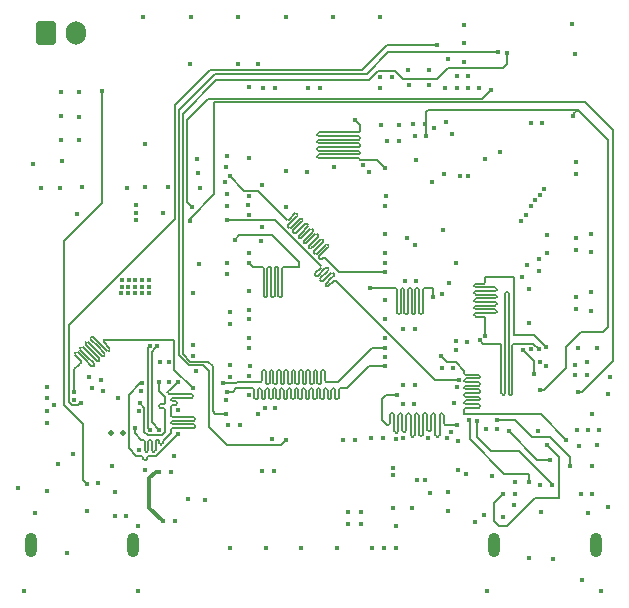
<source format=gbr>
%TF.GenerationSoftware,KiCad,Pcbnew,8.0.1*%
%TF.CreationDate,2024-04-17T21:00:07+02:00*%
%TF.ProjectId,STM32_Dev_Board,53544d33-325f-4446-9576-5f426f617264,rev?*%
%TF.SameCoordinates,Original*%
%TF.FileFunction,Copper,L3,Inr*%
%TF.FilePolarity,Positive*%
%FSLAX46Y46*%
G04 Gerber Fmt 4.6, Leading zero omitted, Abs format (unit mm)*
G04 Created by KiCad (PCBNEW 8.0.1) date 2024-04-17 21:00:07*
%MOMM*%
%LPD*%
G01*
G04 APERTURE LIST*
G04 Aperture macros list*
%AMRoundRect*
0 Rectangle with rounded corners*
0 $1 Rounding radius*
0 $2 $3 $4 $5 $6 $7 $8 $9 X,Y pos of 4 corners*
0 Add a 4 corners polygon primitive as box body*
4,1,4,$2,$3,$4,$5,$6,$7,$8,$9,$2,$3,0*
0 Add four circle primitives for the rounded corners*
1,1,$1+$1,$2,$3*
1,1,$1+$1,$4,$5*
1,1,$1+$1,$6,$7*
1,1,$1+$1,$8,$9*
0 Add four rect primitives between the rounded corners*
20,1,$1+$1,$2,$3,$4,$5,0*
20,1,$1+$1,$4,$5,$6,$7,0*
20,1,$1+$1,$6,$7,$8,$9,0*
20,1,$1+$1,$8,$9,$2,$3,0*%
G04 Aperture macros list end*
%TA.AperFunction,ComponentPad*%
%ADD10RoundRect,0.250000X-0.600000X-0.750000X0.600000X-0.750000X0.600000X0.750000X-0.600000X0.750000X0*%
%TD*%
%TA.AperFunction,ComponentPad*%
%ADD11O,1.700000X2.000000*%
%TD*%
%TA.AperFunction,ComponentPad*%
%ADD12O,1.000000X2.100000*%
%TD*%
%TA.AperFunction,ViaPad*%
%ADD13C,0.400000*%
%TD*%
%TA.AperFunction,ViaPad*%
%ADD14C,0.450000*%
%TD*%
%TA.AperFunction,ViaPad*%
%ADD15C,0.500000*%
%TD*%
%TA.AperFunction,Conductor*%
%ADD16C,0.160000*%
%TD*%
%TA.AperFunction,Conductor*%
%ADD17C,0.200000*%
%TD*%
%TA.AperFunction,Conductor*%
%ADD18C,0.300000*%
%TD*%
G04 APERTURE END LIST*
D10*
%TO.N,9V_DC_Jack*%
%TO.C,J1*%
X183400000Y-57200000D03*
D11*
%TO.N,GND*%
X185900000Y-57200000D03*
%TD*%
D12*
%TO.N,GND*%
%TO.C,J3*%
X182080000Y-100495000D03*
X190720000Y-100495000D03*
%TD*%
%TO.N,GND*%
%TO.C,J4*%
X221280000Y-100495000D03*
X229920000Y-100495000D03*
%TD*%
D13*
%TO.N,GND*%
X191775000Y-66575000D03*
X182975000Y-70250000D03*
X182300000Y-68225000D03*
%TO.N,FMC_NBL0*%
X198540000Y-69806586D03*
X199390000Y-74676000D03*
%TO.N,FMC_D7*%
X216154000Y-79502000D03*
%TO.N,FMC_D1*%
X217678000Y-90932000D03*
D14*
%TO.N,FMC_D6*%
X216916000Y-79248000D03*
%TO.N,FMC_A3*%
X209550000Y-64516000D03*
X212090000Y-68580000D03*
%TO.N,FMC_D0*%
X213140000Y-87790000D03*
X218180000Y-90380000D03*
%TO.N,FMC_NBL0*%
X200600000Y-76600000D03*
%TO.N,+5V*%
X228500000Y-92160000D03*
%TO.N,GND*%
X230010000Y-92090000D03*
%TO.N,USB_OTG_HS_ULPI_D4*%
X225100000Y-83920000D03*
%TO.N,GND*%
X208000000Y-100800000D03*
X203700000Y-55800000D03*
D13*
X220650000Y-90700000D03*
D14*
X228250000Y-69100000D03*
X217300000Y-91440000D03*
X193300000Y-72450000D03*
X224450000Y-64750000D03*
X193700000Y-70200000D03*
X199650000Y-55850000D03*
X220750000Y-104400000D03*
X195800000Y-84500000D03*
X214350000Y-97400000D03*
X216950000Y-85550000D03*
X223100000Y-96200000D03*
X231160000Y-86275000D03*
D13*
X184050000Y-88650000D03*
X191400000Y-87450000D03*
X183500000Y-87120000D03*
D14*
X214600000Y-65850000D03*
X229500000Y-74150000D03*
X207700000Y-55800000D03*
X230400000Y-104400000D03*
D13*
X227930000Y-56365000D03*
D14*
X229180000Y-86100000D03*
X205600000Y-61850000D03*
X214700000Y-78200000D03*
X215900000Y-96100000D03*
X184700000Y-64200000D03*
X186200000Y-62150000D03*
X211700000Y-60900000D03*
X229500000Y-79100000D03*
X183450000Y-95985000D03*
X202000000Y-100800000D03*
X222050000Y-98150000D03*
X228250000Y-74500000D03*
X229300000Y-90780000D03*
X181550000Y-104400000D03*
X218200000Y-60800000D03*
X225050000Y-90860000D03*
X195650000Y-55800000D03*
X199000000Y-100800000D03*
X228700000Y-96200000D03*
X229650000Y-89400000D03*
X214050000Y-60300000D03*
X225300000Y-97700000D03*
X230200000Y-90800000D03*
D13*
X200550000Y-67750000D03*
D14*
X199000000Y-86300000D03*
X218950000Y-94500000D03*
X190250000Y-70250000D03*
X214600000Y-82200000D03*
X186050000Y-72500000D03*
X213300000Y-66300000D03*
X189200000Y-96000000D03*
D13*
X198650000Y-68500000D03*
D14*
X229300000Y-97850000D03*
X230950000Y-87700000D03*
X205000000Y-100800000D03*
X190200000Y-98100000D03*
D13*
X213000000Y-91550000D03*
D14*
X211000000Y-100800000D03*
X182500000Y-97850000D03*
X219150000Y-60800000D03*
X230000000Y-83800000D03*
X193950000Y-94300000D03*
X198750000Y-71850000D03*
X186850000Y-97600000D03*
X218800000Y-59600000D03*
X191200000Y-104400000D03*
X191600000Y-55800000D03*
X202750000Y-61800000D03*
X198700000Y-77550000D03*
X186200000Y-64250000D03*
X194250000Y-93000000D03*
X217200000Y-61800000D03*
D13*
X187250000Y-87250000D03*
D14*
X184650000Y-66250000D03*
X214550000Y-88600000D03*
D13*
X225734359Y-85321711D03*
X212100000Y-84600000D03*
D14*
X215800000Y-61600000D03*
X219150000Y-61800000D03*
D13*
X212100000Y-79800000D03*
X221600000Y-90700000D03*
D14*
X218750000Y-58050000D03*
X199000000Y-81800000D03*
D13*
X183500000Y-90180000D03*
D14*
X212700000Y-60900000D03*
X180990000Y-95675000D03*
X184650000Y-62150000D03*
X213300000Y-65000000D03*
D13*
X188050000Y-86550000D03*
D14*
X211700000Y-55800000D03*
X186400000Y-70200000D03*
X202680000Y-94250000D03*
X229200000Y-85000000D03*
D13*
X209530000Y-91600000D03*
D14*
X214600000Y-87000000D03*
D15*
X188900000Y-91000000D03*
D14*
X186150000Y-66250000D03*
X199800000Y-90350000D03*
X228250000Y-79500000D03*
%TO.N,+5V*%
X193000000Y-94300000D03*
X217425000Y-97650000D03*
X227750000Y-93850000D03*
X195620000Y-59810000D03*
X193300000Y-98500000D03*
X221600000Y-89950000D03*
X184550000Y-70250000D03*
%TO.N,+1V8*%
X195600000Y-73050000D03*
X228400000Y-87600000D03*
%TO.N,USB_OTG_FS_VBUS*%
X189250000Y-98100000D03*
X194280000Y-98510000D03*
X188100000Y-62100000D03*
X186850000Y-95350000D03*
%TO.N,VDDSDMMC_STM32*%
X211725000Y-65000000D03*
D13*
X201700000Y-94250000D03*
D14*
X185700000Y-92800000D03*
D13*
X218160110Y-87132456D03*
X193770000Y-85015000D03*
D14*
X213600000Y-87000000D03*
X206550000Y-61850000D03*
X191550000Y-78100000D03*
X189800000Y-78100000D03*
X213600000Y-82200000D03*
X190950000Y-78650000D03*
X198800000Y-90350000D03*
X192150000Y-79200000D03*
X189750000Y-79200000D03*
X192150000Y-78650000D03*
D13*
X218300000Y-94200000D03*
D14*
X191000000Y-73000000D03*
X210100000Y-97700000D03*
X190950000Y-78100000D03*
X221150000Y-94650000D03*
X213750000Y-78200000D03*
D13*
X219050000Y-83360000D03*
D14*
X228320000Y-90800000D03*
X199000000Y-85300000D03*
X190950000Y-79200000D03*
X228220000Y-86100000D03*
D13*
X208570000Y-91600000D03*
D14*
X189800000Y-78650000D03*
D13*
X217880000Y-85550000D03*
D14*
X191800000Y-70200000D03*
X213000000Y-100800000D03*
X201750000Y-61800000D03*
D13*
X187050000Y-86300000D03*
D14*
X199650000Y-59800000D03*
X198700000Y-76600000D03*
D13*
X183500000Y-88050000D03*
D14*
X199000000Y-80800000D03*
X228250000Y-80500000D03*
X218275000Y-91694000D03*
X209000000Y-97700000D03*
D13*
X193010000Y-85015000D03*
D14*
X191000000Y-72400000D03*
X218200000Y-61800000D03*
X190350000Y-78650000D03*
X192150000Y-78100000D03*
X228250000Y-75500000D03*
X229500000Y-80700000D03*
X195800000Y-83570000D03*
X212800000Y-97400000D03*
X190350000Y-79200000D03*
X229500000Y-75700000D03*
X211700000Y-61850000D03*
X231000000Y-97300000D03*
X218800000Y-56450000D03*
D13*
X183500000Y-89200000D03*
D14*
X190400000Y-78100000D03*
X213000000Y-98950000D03*
X214500000Y-64850000D03*
X191000000Y-71750000D03*
D13*
X194600000Y-89115000D03*
D14*
X195380000Y-96610000D03*
X228250000Y-68100000D03*
X191550000Y-79200000D03*
X228200000Y-85300000D03*
X225400000Y-64750000D03*
X212300000Y-66300000D03*
D13*
X198700000Y-67550000D03*
X228175000Y-58970000D03*
D14*
X212000000Y-100800000D03*
X213650000Y-88600000D03*
D13*
X188200000Y-87450000D03*
X196350000Y-76750000D03*
D14*
X191550000Y-78650000D03*
%TO.N,USB_OTG_HS_VBUS*%
X222600000Y-90900000D03*
X223100000Y-95200000D03*
X226050000Y-93300000D03*
X225250000Y-95400000D03*
X223050000Y-97150000D03*
X184750000Y-68000000D03*
X228756396Y-103481396D03*
X217390000Y-59360000D03*
D13*
%TO.N,VDDA_STM32*%
X220080000Y-61800000D03*
%TO.N,VDD12DSI_STM32*%
X217400000Y-96050000D03*
D14*
%TO.N,RCC_OSC_OUT*%
X215800000Y-60300000D03*
D13*
%TO.N,RCC_OSC_IN*%
X214100000Y-61600000D03*
D14*
%TO.N,NRST*%
X225200000Y-87400000D03*
D13*
X216480000Y-58220000D03*
X228030000Y-64200000D03*
X186325000Y-88500000D03*
D14*
X215530000Y-65850000D03*
X215500000Y-64850000D03*
%TO.N,Net-(U4-VCAP_1)*%
X228425000Y-83800000D03*
%TO.N,Net-(U4-VCAP_2)*%
X202550000Y-91550000D03*
%TO.N,USB_OTG_FS_OverCurrent*%
X191250000Y-92500000D03*
%TO.N,USB_OTG_HS_OverCurrent*%
X229650000Y-96200000D03*
D15*
%TO.N,Net-(U12A-VDDI)*%
X189880000Y-91000000D03*
D13*
%TO.N,SWO*%
X221090000Y-61960000D03*
X195730000Y-71920000D03*
D14*
%TO.N,SWDIO*%
X203750000Y-91600000D03*
X221650000Y-58810000D03*
%TO.N,SWCLK*%
X222400000Y-58875000D03*
X198600000Y-89400000D03*
%TO.N,Net-(J3-CC1)*%
X185150000Y-101225000D03*
X191200000Y-98900000D03*
D13*
%TO.N,DSIHOST_CKN*%
X213650000Y-91500000D03*
%TO.N,I2C_4_SDA*%
X210100000Y-98710000D03*
%TO.N,I2C_4_SCL*%
X209000000Y-98700000D03*
%TO.N,DSIHOST_D1P*%
X212800000Y-94625000D03*
%TO.N,DSIHOST_D1N*%
X212800000Y-93975000D03*
%TO.N,DSIHOST_D0N*%
X214825000Y-95000000D03*
%TO.N,DSIHOST_CKP*%
X215750000Y-91450000D03*
%TO.N,DSIHOST_D0P*%
X215475000Y-95000000D03*
%TO.N,PDR_ON*%
X196150000Y-67800000D03*
D14*
%TO.N,BOOT0*%
X198750000Y-70800000D03*
D13*
%TO.N,STM32_LED*%
X201330000Y-59760000D03*
X195860000Y-79180000D03*
X200620000Y-61730000D03*
D14*
%TO.N,Enable GPIO*%
X184400000Y-93635000D03*
%TO.N,USB_OTG_FS_DETECT*%
X191800000Y-94200000D03*
%TO.N,USB_OTG_FS_ID*%
X196850000Y-96700000D03*
%TO.N,Net-(J4-CC2)*%
X226300000Y-101700000D03*
X220450000Y-98000000D03*
%TO.N,USB_OTG_HS_DETECT*%
X222050000Y-96200000D03*
X225780000Y-92030000D03*
D13*
%TO.N,SDMMC1_CMD*%
X185800000Y-88200000D03*
D14*
X196100000Y-85800000D03*
%TO.N,SDMMC1_D3*%
X194600000Y-86685000D03*
D13*
X190920000Y-90570000D03*
%TO.N,SDMMC1_D1*%
X193000000Y-86685000D03*
X191340000Y-88530000D03*
D14*
X198650000Y-88200000D03*
%TO.N,SDMMC1_D2*%
X193800000Y-86700000D03*
%TO.N,SDMMC1_D0*%
X201375000Y-89425000D03*
D13*
X191230000Y-89150000D03*
D14*
%TO.N,SDMMC1_D5*%
X193000000Y-90750000D03*
D13*
X192773631Y-83681180D03*
D14*
%TO.N,SDMMC1_D7*%
X201950000Y-88900000D03*
D13*
X191500000Y-86840000D03*
X194600000Y-91110000D03*
D14*
%TO.N,SDMMC1_D6*%
X202750000Y-88950000D03*
D13*
X189480000Y-88070000D03*
D14*
%TO.N,SDMMC1_D4*%
X196220000Y-69040000D03*
D13*
X192170000Y-83660000D03*
D14*
X192200000Y-90750000D03*
X196430000Y-70300000D03*
D13*
%TO.N,FMC_A1*%
X205470000Y-68930000D03*
%TO.N,FMC_D5*%
X224290000Y-78810000D03*
X224310000Y-81740000D03*
X212100000Y-81400000D03*
D14*
%TO.N,USB_OTG_HS_ULPI_D3*%
X225750000Y-83790000D03*
D13*
X220600000Y-82790000D03*
%TO.N,FMC_A4*%
X210260000Y-68370000D03*
%TO.N,FMC_D11*%
X200600000Y-83000000D03*
%TO.N,FMC_A9*%
X200600000Y-72550000D03*
X224080000Y-76800000D03*
X224060000Y-72560000D03*
D14*
%TO.N,FMC_D3*%
X198400000Y-86800000D03*
X212100000Y-83800000D03*
D13*
%TO.N,FMC_SDNRAS*%
X213970000Y-74510000D03*
%TO.N,USB_OTG_HS_ULPI_STP*%
X216275000Y-65200000D03*
X224700000Y-86030000D03*
X223750000Y-84010000D03*
%TO.N,FMC_SDNWE*%
X218070000Y-76600000D03*
X218475000Y-69275000D03*
X212100000Y-76600000D03*
%TO.N,FMC_BA0*%
X211900000Y-91500000D03*
%TO.N,USB_OTG_HS_ULPI_NXT*%
X217775000Y-65680000D03*
%TO.N,FMC_D9*%
X200600000Y-80610000D03*
%TO.N,FMC_A0*%
X212150000Y-71000000D03*
X203750000Y-68820000D03*
X203730000Y-71870000D03*
%TO.N,FMC_D15*%
X200550000Y-87800000D03*
%TO.N,FMC_A2*%
X207775000Y-68480000D03*
%TO.N,USB_OTG_HS_ULPI_DIR*%
X225190000Y-85060000D03*
X217280000Y-64680000D03*
X224450000Y-83960000D03*
%TO.N,FMC_D12*%
X200600000Y-83800000D03*
%TO.N,FMC_D13*%
X200650000Y-85400000D03*
%TO.N,FMC_D8*%
X200610000Y-78990000D03*
%TO.N,USB_OTG_HS_ULPI_CK*%
X221830000Y-67260000D03*
D14*
%TO.N,USB_OTG_FS_N*%
X189000000Y-93800000D03*
D13*
%TO.N,FMC_SDCKE0*%
X214680000Y-67920000D03*
X201600000Y-74780000D03*
X214620000Y-75110000D03*
%TO.N,FMC_D4*%
X212100000Y-83000000D03*
X217540000Y-78320000D03*
X218080000Y-83250000D03*
%TO.N,FMC_A11*%
X223570000Y-73060000D03*
X201650000Y-73560000D03*
X223710000Y-77800000D03*
%TO.N,FMC_A7*%
X225215951Y-70855938D03*
X225800000Y-75800000D03*
X200600000Y-71000000D03*
%TO.N,USB_OTG_HS_ULPI_D0*%
X220520000Y-67830000D03*
%TO.N,FMC_SDNCAS*%
X212100000Y-75800000D03*
%TO.N,FMC_NBL1*%
X212100000Y-77400000D03*
X198940000Y-69300000D03*
%TO.N,USB_OTG_HS_ULPI_D4*%
X220100000Y-83160000D03*
%TO.N,USB_OTG_HS_ULPI_D2*%
X216050000Y-69760000D03*
%TO.N,FMC_A5*%
X210700000Y-68900000D03*
D14*
%TO.N,FMC_D2*%
X198750000Y-87550000D03*
D13*
X212100000Y-85400000D03*
%TO.N,FMC_D7*%
X210850000Y-78760000D03*
%TO.N,FMC_SDCLK*%
X200600000Y-75800000D03*
%TO.N,USB_OTG_HS_ULPI_D5*%
X218070000Y-83970000D03*
%TO.N,FMC_SDNE0*%
X212100000Y-74200000D03*
X217080000Y-69090000D03*
X217010000Y-73870000D03*
%TO.N,USB_OTG_HS_ULPI_D1*%
X219078978Y-69269655D03*
%TO.N,FMC_D10*%
X200590000Y-81370000D03*
%TO.N,FMC_A8*%
X224824771Y-71316152D03*
X200500000Y-71750000D03*
X225170000Y-76310000D03*
D14*
%TO.N,USB_OTG_HS_ULPI_D6*%
X216800000Y-84550000D03*
X227448676Y-91621324D03*
D13*
%TO.N,FMC_D14*%
X200600000Y-86200000D03*
%TO.N,FMC_BA1*%
X210900000Y-91450000D03*
%TO.N,FMC_A6*%
X225800000Y-74300000D03*
X225530000Y-70340000D03*
X201700000Y-70080000D03*
%TO.N,SDMMC1_CK*%
X195850000Y-87250000D03*
X185800000Y-87595997D03*
D14*
%TO.N,USB_OTG_FS_P*%
X187800000Y-95300000D03*
%TO.N,Enable GPIO HS*%
X217950000Y-88500000D03*
X229650000Y-93850000D03*
D13*
%TO.N,USB_OTG_HS_ULPI_D7*%
X218320000Y-86550000D03*
X198740000Y-72960000D03*
%TO.N,FMC_A10*%
X225170000Y-77300000D03*
X212100000Y-71800000D03*
X224474264Y-71808050D03*
D14*
%TO.N,/USB_OTG_HS/ESD_D-*%
X219850000Y-90000000D03*
X226250000Y-95400000D03*
%TO.N,/USB_OTG_HS/ESD_D+*%
X219224119Y-89937411D03*
X224300000Y-95200000D03*
%TO.N,Net-(J4-CC1)*%
X219700000Y-98550000D03*
X224300000Y-101600000D03*
%TD*%
D16*
%TO.N,SWCLK*%
X197700000Y-89400000D02*
X198600000Y-89400000D01*
X197500000Y-89200000D02*
X197700000Y-89400000D01*
X197500000Y-85400000D02*
X197500000Y-89200000D01*
X197100000Y-85000000D02*
X197500000Y-85400000D01*
X195615520Y-85000000D02*
X197100000Y-85000000D01*
X194960000Y-84344480D02*
X195615520Y-85000000D01*
X194960000Y-63990000D02*
X194960000Y-84344480D01*
X197800000Y-61150000D02*
X194960000Y-63990000D01*
X210765520Y-61150000D02*
X197800000Y-61150000D01*
X211499520Y-60416000D02*
X210765520Y-61150000D01*
X212900480Y-60416000D02*
X211499520Y-60416000D01*
X213584960Y-61100480D02*
X212900480Y-60416000D01*
X216464000Y-61100480D02*
X213584960Y-61100480D01*
X217424480Y-60140000D02*
X216464000Y-61100480D01*
X222400000Y-59800000D02*
X222060000Y-60140000D01*
X222060000Y-60140000D02*
X217424480Y-60140000D01*
X222400000Y-58875000D02*
X222400000Y-59800000D01*
%TO.N,SWDIO*%
X203316000Y-92034000D02*
X203750000Y-91600000D01*
X198684000Y-92034000D02*
X203316000Y-92034000D01*
X197150000Y-90500000D02*
X198684000Y-92034000D01*
X197150000Y-85750000D02*
X197150000Y-90500000D01*
X196710000Y-85310000D02*
X197150000Y-85750000D01*
X194650000Y-84472886D02*
X195487114Y-85310000D01*
X194650000Y-63650000D02*
X194650000Y-84472886D01*
X197660000Y-60640000D02*
X194650000Y-63650000D01*
X210550000Y-60640000D02*
X197660000Y-60640000D01*
X221650000Y-58810000D02*
X212380000Y-58810000D01*
X195487114Y-85310000D02*
X196710000Y-85310000D01*
X212380000Y-58810000D02*
X210550000Y-60640000D01*
%TO.N,NRST*%
X216470000Y-58210000D02*
X216480000Y-58220000D01*
X212290000Y-58210000D02*
X216470000Y-58210000D01*
X197240000Y-60330000D02*
X210170000Y-60330000D01*
X210170000Y-60330000D02*
X212290000Y-58210000D01*
X194340000Y-63230000D02*
X197240000Y-60330000D01*
X185310000Y-88394480D02*
X185310000Y-81905520D01*
X185599520Y-88684000D02*
X185310000Y-88394480D01*
X186141000Y-88684000D02*
X185599520Y-88684000D01*
X185310000Y-81905520D02*
X194340000Y-72875520D01*
X186325000Y-88500000D02*
X186141000Y-88684000D01*
X194340000Y-72875520D02*
X194340000Y-63230000D01*
D17*
%TO.N,+5V*%
X223075000Y-89950000D02*
X221600000Y-89950000D01*
X227750000Y-93060000D02*
X226100000Y-91410000D01*
X226100000Y-91410000D02*
X224535000Y-91410000D01*
X227750000Y-93850000D02*
X227750000Y-93060000D01*
X224535000Y-91410000D02*
X223075000Y-89950000D01*
D16*
%TO.N,FMC_NBL0*%
X202319246Y-76940000D02*
G75*
G02*
X202443200Y-77064000I-46J-124000D01*
G01*
X202009246Y-79559140D02*
G75*
G03*
X202133240Y-79435140I-46J124040D01*
G01*
X202443246Y-79435140D02*
G75*
G03*
X202567246Y-79559054I123954J40D01*
G01*
X202629246Y-79559140D02*
G75*
G03*
X202753240Y-79435140I-46J124040D01*
G01*
X202939246Y-76940000D02*
G75*
G02*
X203063200Y-77064000I-46J-124000D01*
G01*
X202133246Y-77064000D02*
G75*
G02*
X202257246Y-76940046I123954J0D01*
G01*
X201699246Y-76940000D02*
G75*
G02*
X201823200Y-77064000I-46J-124000D01*
G01*
X203249246Y-79559120D02*
G75*
G03*
X203373220Y-79435120I-46J124020D01*
G01*
X203063246Y-79435120D02*
G75*
G03*
X203187246Y-79559054I123954J20D01*
G01*
X203373246Y-77064000D02*
G75*
G02*
X203497246Y-76940046I123954J0D01*
G01*
X202753246Y-77064000D02*
G75*
G02*
X202877246Y-76940046I123954J0D01*
G01*
X201823246Y-79435140D02*
G75*
G03*
X201947246Y-79559054I123954J40D01*
G01*
X202556000Y-74296000D02*
X199770000Y-74296000D01*
X204780000Y-76940000D02*
X204780000Y-76520000D01*
X203559246Y-76940000D02*
X204506325Y-76940000D01*
X203373246Y-79435120D02*
X203373246Y-77064000D01*
X204780000Y-76520000D02*
X202556000Y-74296000D01*
X203497246Y-76940000D02*
X203559246Y-76940000D01*
X199770000Y-74296000D02*
X199390000Y-74676000D01*
X202443246Y-77064000D02*
X202443246Y-79435140D01*
X202133246Y-79435140D02*
X202133246Y-77064000D01*
X201947246Y-79559140D02*
X202009246Y-79559140D01*
X202567246Y-79559140D02*
X202629246Y-79559140D01*
X201823246Y-77064000D02*
X201823246Y-79435140D01*
X204506325Y-76940000D02*
X204780000Y-76940000D01*
X202753246Y-79435140D02*
X202753246Y-77064000D01*
X203063246Y-77064000D02*
X203063246Y-79435120D01*
X203187246Y-79559120D02*
X203249246Y-79559120D01*
X202877246Y-76940000D02*
X202939246Y-76940000D01*
X202257246Y-76940000D02*
X202319246Y-76940000D01*
X200940000Y-76940000D02*
X201699246Y-76940000D01*
X200600000Y-76600000D02*
X200940000Y-76940000D01*
X199324000Y-74676000D02*
X199300000Y-74700000D01*
X199390000Y-74676000D02*
X199324000Y-74676000D01*
%TO.N,FMC_D7*%
X213118000Y-78884000D02*
G75*
G03*
X212994000Y-78760000I-124000J0D01*
G01*
X214482000Y-80984904D02*
G75*
G02*
X214357996Y-80860904I0J124004D01*
G01*
X214358000Y-78884000D02*
G75*
G03*
X214234000Y-78760000I-124000J0D01*
G01*
X213862000Y-80984888D02*
G75*
G02*
X213738012Y-80860888I0J123988D01*
G01*
X214172000Y-78760000D02*
G75*
G03*
X214048000Y-78884000I0J-124000D01*
G01*
X215102000Y-80984904D02*
G75*
G02*
X214977996Y-80860904I0J124004D01*
G01*
X213428000Y-80860904D02*
G75*
G02*
X213304000Y-80984900I-124000J4D01*
G01*
X214668000Y-80860904D02*
G75*
G02*
X214544000Y-80984900I-124000J4D01*
G01*
X215412000Y-78760000D02*
G75*
G03*
X215288000Y-78884000I0J-124000D01*
G01*
X213738000Y-78884000D02*
G75*
G03*
X213614000Y-78760000I-124000J0D01*
G01*
X214048000Y-80860888D02*
G75*
G02*
X213924000Y-80984900I-124000J-12D01*
G01*
X213552000Y-78760000D02*
G75*
G03*
X213428000Y-78884000I0J-124000D01*
G01*
X215288000Y-80860904D02*
G75*
G02*
X215164000Y-80984900I-124000J4D01*
G01*
X214978000Y-78884000D02*
G75*
G03*
X214854000Y-78760000I-124000J0D01*
G01*
X214792000Y-78760000D02*
G75*
G03*
X214668000Y-78884000I0J-124000D01*
G01*
X213242000Y-80984904D02*
G75*
G02*
X213117996Y-80860904I0J124004D01*
G01*
X212932000Y-78760000D02*
X212375243Y-78760000D01*
X213428000Y-78884000D02*
X213428000Y-80860904D01*
X213614000Y-78760000D02*
X213552000Y-78760000D01*
X213924000Y-80984888D02*
X213862000Y-80984888D01*
X212375243Y-78760000D02*
X210850000Y-78760000D01*
X215432000Y-78740000D02*
X215412000Y-78760000D01*
X214978000Y-80860904D02*
X214978000Y-78884000D01*
X214854000Y-78760000D02*
X214792000Y-78760000D01*
X214544000Y-80984904D02*
X214482000Y-80984904D01*
X213304000Y-80984904D02*
X213242000Y-80984904D01*
X215164000Y-80984904D02*
X215102000Y-80984904D01*
X213738000Y-80860888D02*
X213738000Y-78884000D01*
X216154000Y-78740000D02*
X215432000Y-78740000D01*
X216154000Y-79502000D02*
X216154000Y-78740000D01*
X215288000Y-78884000D02*
X215288000Y-80860904D01*
X213118000Y-80860904D02*
X213118000Y-78884000D01*
X212994000Y-78760000D02*
X212932000Y-78760000D01*
X214358000Y-80860904D02*
X214358000Y-78884000D01*
X214668000Y-78884000D02*
X214668000Y-80860904D01*
X214048000Y-78884000D02*
X214048000Y-80860888D01*
X214234000Y-78760000D02*
X214172000Y-78760000D01*
D17*
%TO.N,FMC_D0*%
X217060000Y-90220000D02*
G75*
G03*
X217200000Y-90360000I140000J0D01*
G01*
X213420000Y-89367618D02*
G75*
G02*
X213559982Y-89507618I0J-139982D01*
G01*
X214470000Y-91352382D02*
G75*
G03*
X214609982Y-91212382I0J139982D01*
G01*
X213210000Y-89507618D02*
G75*
G02*
X213350000Y-89367600I140000J18D01*
G01*
X215310000Y-89507631D02*
G75*
G02*
X215450000Y-89367600I140000J31D01*
G01*
X213910000Y-89507618D02*
G75*
G02*
X214050000Y-89367600I140000J18D01*
G01*
X212860000Y-90862363D02*
G75*
G03*
X213000000Y-91002400I140000J-37D01*
G01*
X216920000Y-89367631D02*
G75*
G02*
X217059969Y-89507631I0J-139969D01*
G01*
X216710000Y-89507631D02*
G75*
G02*
X216850000Y-89367600I140000J31D01*
G01*
X216570000Y-91352369D02*
G75*
G03*
X216709969Y-91212369I0J139969D01*
G01*
X216360000Y-91212369D02*
G75*
G03*
X216500000Y-91352400I140000J-31D01*
G01*
X212370000Y-90360000D02*
G75*
G03*
X212510000Y-90220000I0J140000D01*
G01*
X216220000Y-89367631D02*
G75*
G02*
X216359969Y-89507631I0J-139969D01*
G01*
X216010000Y-89507631D02*
G75*
G02*
X216150000Y-89367600I140000J31D01*
G01*
X213560000Y-90812382D02*
G75*
G03*
X213700000Y-90952400I140000J-18D01*
G01*
X215870000Y-90902371D02*
G75*
G03*
X216009971Y-90762371I0J139971D01*
G01*
X215660000Y-90762371D02*
G75*
G03*
X215800000Y-90902400I140000J-29D01*
G01*
X212510000Y-89507618D02*
G75*
G02*
X212650000Y-89367600I140000J18D01*
G01*
X214260000Y-91212382D02*
G75*
G03*
X214400000Y-91352400I140000J-18D01*
G01*
X214960000Y-91162376D02*
G75*
G03*
X215100000Y-91302400I140000J-24D01*
G01*
X215520000Y-89367631D02*
G75*
G02*
X215659969Y-89507631I0J-139969D01*
G01*
X215170000Y-91302376D02*
G75*
G03*
X215309976Y-91162376I0J139976D01*
G01*
X214610000Y-89507618D02*
G75*
G02*
X214750000Y-89367600I140000J18D01*
G01*
X214820000Y-89367618D02*
G75*
G02*
X214959982Y-89507618I0J-139982D01*
G01*
X214120000Y-89367618D02*
G75*
G02*
X214259982Y-89507618I0J-139982D01*
G01*
X213770000Y-90952382D02*
G75*
G03*
X213909982Y-90812382I0J139982D01*
G01*
X213070000Y-91002363D02*
G75*
G03*
X213209963Y-90862363I0J139963D01*
G01*
X212720000Y-89367618D02*
G75*
G02*
X212859982Y-89507618I0J-139982D01*
G01*
X216710000Y-90360000D02*
X216710000Y-89507631D01*
X216710000Y-91212369D02*
X216710000Y-90360000D01*
X214960000Y-90360000D02*
X214960000Y-91162376D01*
X215800000Y-90902371D02*
X215870000Y-90902371D01*
X215450000Y-89367631D02*
X215520000Y-89367631D01*
X217424000Y-90360000D02*
X218160000Y-90360000D01*
X216360000Y-90360000D02*
X216360000Y-91212369D01*
X213560000Y-90360000D02*
X213560000Y-90812382D01*
X211808764Y-89896000D02*
X212272764Y-90360000D01*
X212650000Y-89367618D02*
X212720000Y-89367618D01*
X213000000Y-91002363D02*
X213070000Y-91002363D01*
X214050000Y-89367618D02*
X214120000Y-89367618D01*
X217060000Y-89507631D02*
X217060000Y-90220000D01*
X213210000Y-90862363D02*
X213210000Y-90360000D01*
X217270000Y-90360000D02*
X217424000Y-90360000D01*
X218160000Y-90360000D02*
X218180000Y-90380000D01*
X214260000Y-90360000D02*
X214260000Y-91212382D01*
X211808764Y-88181236D02*
X211808764Y-89896000D01*
X214260000Y-89507618D02*
X214260000Y-90360000D01*
X213210000Y-90360000D02*
X213210000Y-89507618D01*
X212510000Y-90220000D02*
X212510000Y-89507618D01*
X214750000Y-89367618D02*
X214820000Y-89367618D01*
X215100000Y-91302376D02*
X215170000Y-91302376D01*
X213140000Y-87790000D02*
X212200000Y-87790000D01*
X215660000Y-89507631D02*
X215660000Y-90360000D01*
X212200000Y-87790000D02*
X211808764Y-88181236D01*
X214400000Y-91352382D02*
X214470000Y-91352382D01*
X216850000Y-89367631D02*
X216920000Y-89367631D01*
X215310000Y-90360000D02*
X215310000Y-89507631D01*
X216500000Y-91352369D02*
X216570000Y-91352369D01*
X216010000Y-90762371D02*
X216010000Y-90360000D01*
X216150000Y-89367631D02*
X216220000Y-89367631D01*
X214960000Y-89507618D02*
X214960000Y-90360000D01*
X216360000Y-89507631D02*
X216360000Y-90360000D01*
X216010000Y-90360000D02*
X216010000Y-89507631D01*
X212860000Y-89507618D02*
X212860000Y-90220000D01*
X214610000Y-91212382D02*
X214610000Y-90360000D01*
X215310000Y-91162376D02*
X215310000Y-90360000D01*
X213560000Y-89507618D02*
X213560000Y-90360000D01*
X212272764Y-90360000D02*
X212370000Y-90360000D01*
X213910000Y-90812382D02*
X213910000Y-90360000D01*
X213700000Y-90952382D02*
X213770000Y-90952382D01*
X212860000Y-90220000D02*
X212860000Y-90862363D01*
X213910000Y-90360000D02*
X213910000Y-89507618D01*
X214610000Y-90360000D02*
X214610000Y-89507618D01*
X213350000Y-89367618D02*
X213420000Y-89367618D01*
X217200000Y-90360000D02*
X217270000Y-90360000D01*
X215660000Y-90360000D02*
X215660000Y-90762371D01*
D16*
%TO.N,/USB_OTG_HS/ESD_D+*%
X219224119Y-89937411D02*
X219250000Y-89963292D01*
X222170000Y-94470000D02*
X224270000Y-94470000D01*
X219250000Y-89963292D02*
X219250000Y-91550000D01*
X219250000Y-91550000D02*
X222170000Y-94470000D01*
X224300000Y-94500000D02*
X224300000Y-95200000D01*
X224270000Y-94470000D02*
X224300000Y-94500000D01*
%TO.N,FMC_D2*%
X208168000Y-87374000D02*
G75*
G02*
X208292000Y-87250000I124000J0D01*
G01*
X207858000Y-88053746D02*
G75*
G03*
X207982000Y-88177700I124000J46D01*
G01*
X207114000Y-87250000D02*
G75*
G02*
X207238000Y-87374000I0J-124000D01*
G01*
X206928000Y-87374000D02*
G75*
G02*
X207052000Y-87250000I124000J0D01*
G01*
X201658000Y-88053734D02*
G75*
G03*
X201782000Y-88177700I124000J34D01*
G01*
X202588000Y-87374000D02*
G75*
G02*
X202712000Y-87250000I124000J0D01*
G01*
X202464000Y-88177734D02*
G75*
G03*
X202588034Y-88053734I0J124034D01*
G01*
X201224000Y-88177734D02*
G75*
G03*
X201348034Y-88053734I0J124034D01*
G01*
X201038000Y-88053734D02*
G75*
G03*
X201162000Y-88177700I124000J34D01*
G01*
X205378000Y-88053746D02*
G75*
G03*
X205502000Y-88177700I124000J46D01*
G01*
X206618000Y-88053746D02*
G75*
G03*
X206742000Y-88177700I124000J46D01*
G01*
X207238000Y-88053746D02*
G75*
G03*
X207362000Y-88177700I124000J46D01*
G01*
X206494000Y-87250000D02*
G75*
G02*
X206618000Y-87374000I0J-124000D01*
G01*
X205564000Y-88177746D02*
G75*
G03*
X205688046Y-88053746I0J124046D01*
G01*
X204138000Y-88053734D02*
G75*
G03*
X204262000Y-88177700I124000J34D01*
G01*
X205254000Y-87250000D02*
G75*
G02*
X205378000Y-87374000I0J-124000D01*
G01*
X203394000Y-87250000D02*
G75*
G02*
X203518000Y-87374000I0J-124000D01*
G01*
X204944000Y-88177734D02*
G75*
G03*
X205068034Y-88053734I0J124034D01*
G01*
X201534000Y-87250000D02*
G75*
G02*
X201658000Y-87374000I0J-124000D01*
G01*
X201844000Y-88177734D02*
G75*
G03*
X201968034Y-88053734I0J124034D01*
G01*
X201348000Y-87374000D02*
G75*
G02*
X201472000Y-87250000I124000J0D01*
G01*
X205068000Y-87374000D02*
G75*
G02*
X205192000Y-87250000I124000J0D01*
G01*
X202898000Y-88053734D02*
G75*
G03*
X203022000Y-88177700I124000J34D01*
G01*
X203704000Y-88177734D02*
G75*
G03*
X203828034Y-88053734I0J124034D01*
G01*
X203518000Y-88053734D02*
G75*
G03*
X203642000Y-88177700I124000J34D01*
G01*
X203084000Y-88177734D02*
G75*
G03*
X203208034Y-88053734I0J124034D01*
G01*
X206804000Y-88177746D02*
G75*
G03*
X206928046Y-88053746I0J124046D01*
G01*
X205688000Y-87374000D02*
G75*
G02*
X205812000Y-87250000I124000J0D01*
G01*
X204014000Y-87250000D02*
G75*
G02*
X204138000Y-87374000I0J-124000D01*
G01*
X204324000Y-88177734D02*
G75*
G03*
X204448034Y-88053734I0J124034D01*
G01*
X203208000Y-87374000D02*
G75*
G02*
X203332000Y-87250000I124000J0D01*
G01*
X203828000Y-87374000D02*
G75*
G02*
X203952000Y-87250000I124000J0D01*
G01*
X202278000Y-88053734D02*
G75*
G03*
X202402000Y-88177700I124000J34D01*
G01*
X207548000Y-87374000D02*
G75*
G02*
X207672000Y-87250000I124000J0D01*
G01*
X207424000Y-88177746D02*
G75*
G03*
X207548046Y-88053746I0J124046D01*
G01*
X206308000Y-87374000D02*
G75*
G02*
X206432000Y-87250000I124000J0D01*
G01*
X205998000Y-88053746D02*
G75*
G03*
X206122000Y-88177700I124000J46D01*
G01*
X207734000Y-87250000D02*
G75*
G02*
X207858000Y-87374000I0J-124000D01*
G01*
X208044000Y-88177746D02*
G75*
G03*
X208168046Y-88053746I0J124046D01*
G01*
X201968000Y-87374000D02*
G75*
G02*
X202092000Y-87250000I124000J0D01*
G01*
X204634000Y-87250000D02*
G75*
G02*
X204758000Y-87374000I0J-124000D01*
G01*
X202154000Y-87250000D02*
G75*
G02*
X202278000Y-87374000I0J-124000D01*
G01*
X204758000Y-88053734D02*
G75*
G03*
X204882000Y-88177700I124000J34D01*
G01*
X200914000Y-87250000D02*
G75*
G02*
X201038000Y-87374000I0J-124000D01*
G01*
X206184000Y-88177746D02*
G75*
G03*
X206308046Y-88053746I0J124046D01*
G01*
X205874000Y-87250000D02*
G75*
G02*
X205998000Y-87374000I0J-124000D01*
G01*
X204448000Y-87374000D02*
G75*
G02*
X204572000Y-87250000I124000J0D01*
G01*
X202774000Y-87250000D02*
G75*
G02*
X202898000Y-87374000I0J-124000D01*
G01*
X199200000Y-87550000D02*
X199500000Y-87250000D01*
X201162000Y-88177734D02*
X201224000Y-88177734D01*
X205502000Y-88177746D02*
X205564000Y-88177746D01*
X207672000Y-87250000D02*
X207734000Y-87250000D01*
X198750000Y-87550000D02*
X199200000Y-87550000D01*
X202898000Y-87374000D02*
X202898000Y-88053734D01*
X201348000Y-88053734D02*
X201348000Y-87374000D01*
X199500000Y-87250000D02*
X200914000Y-87250000D01*
X207362000Y-88177746D02*
X207424000Y-88177746D01*
X205192000Y-87250000D02*
X205254000Y-87250000D01*
X202278000Y-87374000D02*
X202278000Y-88053734D01*
X208788000Y-87250000D02*
X208914000Y-87250000D01*
X210764000Y-85400000D02*
X212100000Y-85400000D01*
X208914000Y-87250000D02*
X210764000Y-85400000D01*
X208168000Y-88053746D02*
X208168000Y-87374000D01*
X208354000Y-87250000D02*
X208788000Y-87250000D01*
X208292000Y-87250000D02*
X208354000Y-87250000D01*
X207982000Y-88177746D02*
X208044000Y-88177746D01*
X207858000Y-87374000D02*
X207858000Y-88053746D01*
X207548000Y-88053746D02*
X207548000Y-87374000D01*
X207052000Y-87250000D02*
X207114000Y-87250000D01*
X207238000Y-87374000D02*
X207238000Y-88053746D01*
X206928000Y-88053746D02*
X206928000Y-87374000D01*
X206742000Y-88177746D02*
X206804000Y-88177746D01*
X203952000Y-87250000D02*
X204014000Y-87250000D01*
X201658000Y-87374000D02*
X201658000Y-88053734D01*
X205688000Y-88053746D02*
X205688000Y-87374000D01*
X202402000Y-88177734D02*
X202464000Y-88177734D01*
X204882000Y-88177734D02*
X204944000Y-88177734D01*
X204448000Y-88053734D02*
X204448000Y-87374000D01*
X204758000Y-87374000D02*
X204758000Y-88053734D01*
X204262000Y-88177734D02*
X204324000Y-88177734D01*
X201968000Y-88053734D02*
X201968000Y-87374000D01*
X204138000Y-87374000D02*
X204138000Y-88053734D01*
X203642000Y-88177734D02*
X203704000Y-88177734D01*
X202588000Y-88053734D02*
X202588000Y-87374000D01*
X202092000Y-87250000D02*
X202154000Y-87250000D01*
X203518000Y-87374000D02*
X203518000Y-88053734D01*
X201782000Y-88177734D02*
X201844000Y-88177734D01*
X203332000Y-87250000D02*
X203394000Y-87250000D01*
X205812000Y-87250000D02*
X205874000Y-87250000D01*
X204572000Y-87250000D02*
X204634000Y-87250000D01*
X203022000Y-88177734D02*
X203084000Y-88177734D01*
X206618000Y-87374000D02*
X206618000Y-88053746D01*
X205378000Y-87374000D02*
X205378000Y-88053746D01*
X206432000Y-87250000D02*
X206494000Y-87250000D01*
X205068000Y-88053734D02*
X205068000Y-87374000D01*
X202712000Y-87250000D02*
X202774000Y-87250000D01*
X201472000Y-87250000D02*
X201534000Y-87250000D01*
X206308000Y-88053746D02*
X206308000Y-87374000D01*
X206122000Y-88177746D02*
X206184000Y-88177746D01*
X203828000Y-88053734D02*
X203828000Y-87374000D01*
X205998000Y-87374000D02*
X205998000Y-88053746D01*
X201038000Y-87374000D02*
X201038000Y-88053734D01*
X203208000Y-88053734D02*
X203208000Y-87374000D01*
%TO.N,FMC_NBL1*%
X204332649Y-74054829D02*
G75*
G02*
X204332601Y-73879419I87651J87729D01*
G01*
X206305472Y-75852341D02*
G75*
G02*
X206130112Y-75852341I-87680J87679D01*
G01*
X205867061Y-75413930D02*
G75*
G02*
X205691701Y-75413930I-87680J87679D01*
G01*
X204113408Y-73660295D02*
G75*
G02*
X203938048Y-73660295I-87680J87679D01*
G01*
X205498289Y-73327601D02*
G75*
G03*
X205322929Y-73327601I-87680J-87679D01*
G01*
X206857375Y-74862030D02*
G75*
G03*
X206857423Y-74686619I-87675J87730D01*
G01*
X205980552Y-73985207D02*
G75*
G03*
X205980579Y-73809819I-87652J87707D01*
G01*
X205542133Y-73546806D02*
G75*
G03*
X205542157Y-73371419I-87633J87706D01*
G01*
X204551854Y-74098671D02*
G75*
G02*
X204376520Y-74098646I-87654J87671D01*
G01*
X204771035Y-74493264D02*
G75*
G02*
X204771051Y-74317920I87665J87664D01*
G01*
X205209446Y-74931675D02*
G75*
G02*
X205209451Y-74756320I87654J87675D01*
G01*
X205936709Y-73766003D02*
G75*
G03*
X205761349Y-73766003I-87680J-87679D01*
G01*
X206813531Y-74642825D02*
G75*
G03*
X206638171Y-74642825I-87680J-87679D01*
G01*
X205428650Y-74975519D02*
G75*
G02*
X205253290Y-74975519I-87680J87679D01*
G01*
X206524699Y-76246886D02*
G75*
G02*
X206524693Y-76071520I87701J87686D01*
G01*
X203894203Y-73616452D02*
G75*
G02*
X203894232Y-73441119I87697J87652D01*
G01*
X206375120Y-74204414D02*
G75*
G03*
X206199760Y-74204414I-87680J-87679D01*
G01*
X204990239Y-74537108D02*
G75*
G02*
X204814879Y-74537108I-87680J87679D01*
G01*
X204665363Y-72669932D02*
G75*
G03*
X204665313Y-72494619I-87663J87632D01*
G01*
X205059887Y-72889181D02*
G75*
G03*
X204884527Y-72889181I-87680J-87679D01*
G01*
X204621522Y-72450728D02*
G75*
G03*
X204446160Y-72450729I-87681J-87681D01*
G01*
X206418964Y-74423619D02*
G75*
G03*
X206419001Y-74248219I-87664J87719D01*
G01*
X205647857Y-75370086D02*
G75*
G02*
X205647851Y-75194720I87643J87686D01*
G01*
X206743904Y-76290730D02*
G75*
G02*
X206568518Y-76290753I-87704J87730D01*
G01*
X205103731Y-73108386D02*
G75*
G03*
X205103735Y-72933019I-87731J87686D01*
G01*
X203936124Y-72960762D02*
G75*
G02*
X203760762Y-72960761I-87681J87681D01*
G01*
X207295803Y-75300424D02*
G75*
G03*
X207295845Y-75125019I-87703J87724D01*
G01*
X206086268Y-75808497D02*
G75*
G02*
X206086251Y-75633120I87632J87697D01*
G01*
X207251959Y-75081219D02*
G75*
G03*
X207076599Y-75081219I-87680J-87679D01*
G01*
X207005000Y-76205000D02*
G75*
G03*
X206829619Y-76204982I-87700J-87700D01*
G01*
X204286853Y-73486852D02*
X204286854Y-73486854D01*
X204944469Y-74144469D02*
X205542133Y-73546806D01*
X205253289Y-74975520D02*
X205209445Y-74931676D01*
X204446159Y-72450728D02*
X203936124Y-72960762D01*
X205542133Y-73371443D02*
X205498290Y-73327600D01*
X203716923Y-72916923D02*
X203313743Y-72513743D01*
X203938047Y-73660296D02*
X203894203Y-73616452D01*
X200156000Y-70516000D02*
X198940000Y-69300000D01*
X204884526Y-72889180D02*
X204286853Y-73486852D01*
X203313743Y-72513743D02*
X201316000Y-70516000D01*
X201316000Y-70516000D02*
X200156000Y-70516000D01*
X205322928Y-73327600D02*
X204725264Y-73925263D01*
X203894203Y-73441090D02*
X204067647Y-73267647D01*
X205980553Y-73809845D02*
X205936710Y-73766002D01*
X204332649Y-73879467D02*
X204506056Y-73706057D01*
X204506056Y-73706057D02*
X204506059Y-73706059D01*
X205382880Y-74582880D02*
X205980553Y-73985208D01*
X204286854Y-73486854D02*
X204113409Y-73660296D01*
X204665363Y-72494569D02*
X204621522Y-72450728D01*
X204067647Y-73267647D02*
X204665363Y-72669932D01*
X205103731Y-72933023D02*
X205059888Y-72889180D01*
X205761348Y-73766002D02*
X205163675Y-74363674D01*
X204376493Y-74098673D02*
X204332649Y-74054829D01*
X204725265Y-73925265D02*
X204551855Y-74098672D01*
X204771034Y-74317903D02*
X204944469Y-74144469D01*
X204725264Y-73925263D02*
X204725265Y-73925265D01*
X203760761Y-72960762D02*
X203716923Y-72916923D01*
X206857375Y-74686667D02*
X206813532Y-74642824D01*
X206040497Y-75240496D02*
X206040498Y-75240498D01*
X206698111Y-75898113D02*
X206698114Y-75898114D01*
X206130111Y-75852342D02*
X206086267Y-75808498D01*
X204506059Y-73706059D02*
X205103731Y-73108386D01*
X206199759Y-74204413D02*
X205602086Y-74802085D01*
X204814878Y-74537109D02*
X204771034Y-74493265D01*
X206418964Y-74248256D02*
X206375121Y-74204413D01*
X206086267Y-75633136D02*
X206259702Y-75459702D01*
X206524698Y-76071525D02*
X206610430Y-75985794D01*
X206040498Y-75240498D02*
X205867062Y-75413931D01*
X206638170Y-74642824D02*
X206040497Y-75240496D01*
X205163676Y-74363676D02*
X204990240Y-74537109D01*
X206259702Y-75459702D02*
X206857375Y-74862030D01*
X208200000Y-77400000D02*
X207005000Y-76205000D01*
X205821291Y-75021291D02*
X206418964Y-74423619D01*
X205602087Y-74802087D02*
X205428651Y-74975520D01*
X206478908Y-75678907D02*
X206478909Y-75678909D01*
X207076598Y-75081218D02*
X206478908Y-75678907D01*
X206478909Y-75678909D02*
X206305473Y-75852342D01*
X206698114Y-75898114D02*
X207295803Y-75300424D01*
X206610430Y-75985794D02*
X206698111Y-75898113D01*
X205602086Y-74802085D02*
X205602087Y-74802087D01*
X205163675Y-74363674D02*
X205163676Y-74363676D01*
X205209445Y-74756314D02*
X205382880Y-74582880D01*
X205647856Y-75194725D02*
X205821291Y-75021291D01*
X206568541Y-76290730D02*
X206524698Y-76246887D01*
X205691700Y-75413931D02*
X205647856Y-75370087D01*
X207295803Y-75125061D02*
X207251960Y-75081218D01*
X212100000Y-77400000D02*
X208200000Y-77400000D01*
X206829636Y-76204999D02*
X206743905Y-76290731D01*
%TO.N,FMC_A3*%
X209990000Y-66026000D02*
G75*
G03*
X209866000Y-65902000I-124000J0D01*
G01*
X209866000Y-66212000D02*
G75*
G03*
X209990000Y-66088000I0J124000D01*
G01*
X209866000Y-65592000D02*
G75*
G03*
X209990000Y-65468000I0J124000D01*
G01*
X206475220Y-65902000D02*
G75*
G02*
X206351200Y-65778000I-20J124000D01*
G01*
X206351220Y-65716000D02*
G75*
G02*
X206475220Y-65592020I123980J0D01*
G01*
X206351220Y-66336000D02*
G75*
G02*
X206475220Y-66212020I123980J0D01*
G01*
X206475220Y-66522000D02*
G75*
G02*
X206351200Y-66398000I-20J124000D01*
G01*
X209990000Y-66646000D02*
G75*
G03*
X209866000Y-66522000I-124000J0D01*
G01*
X206351220Y-66956000D02*
G75*
G02*
X206475220Y-66832020I123980J0D01*
G01*
X209990000Y-67266000D02*
G75*
G03*
X209866000Y-67142000I-124000J0D01*
G01*
X206475220Y-67142000D02*
G75*
G02*
X206351200Y-67018000I-20J124000D01*
G01*
X209866000Y-66832000D02*
G75*
G03*
X209990000Y-66708000I0J124000D01*
G01*
X209866000Y-67452000D02*
G75*
G03*
X209990000Y-67328000I0J124000D01*
G01*
X206475220Y-67762000D02*
G75*
G02*
X206351200Y-67638000I-20J124000D01*
G01*
X206351220Y-67576000D02*
G75*
G02*
X206475220Y-67452020I123980J0D01*
G01*
X209990000Y-67886000D02*
G75*
G03*
X209866000Y-67762000I-124000J0D01*
G01*
X209990000Y-65406000D02*
X209990000Y-64956000D01*
X209804000Y-64770000D02*
X209550000Y-64516000D01*
X212090000Y-68580000D02*
X211396000Y-67886000D01*
X209866000Y-67142000D02*
X206475220Y-67142000D01*
X209990000Y-65468000D02*
X209990000Y-65406000D01*
X209990000Y-66088000D02*
X209990000Y-66026000D01*
X209990000Y-64956000D02*
X209804000Y-64770000D01*
X209866000Y-66522000D02*
X206475220Y-66522000D01*
X206351220Y-67018000D02*
X206351220Y-66956000D01*
X206475220Y-66212000D02*
X209866000Y-66212000D01*
X206475220Y-65592000D02*
X209866000Y-65592000D01*
X206475220Y-67452000D02*
X209866000Y-67452000D01*
X209866000Y-65902000D02*
X206475220Y-65902000D01*
X206475220Y-66832000D02*
X209866000Y-66832000D01*
X206351220Y-66398000D02*
X206351220Y-66336000D01*
X210058000Y-67886000D02*
X209990000Y-67886000D01*
X206351220Y-67638000D02*
X206351220Y-67576000D01*
X209866000Y-67762000D02*
X206475220Y-67762000D01*
X211396000Y-67886000D02*
X210058000Y-67886000D01*
X206351220Y-65778000D02*
X206351220Y-65716000D01*
X209990000Y-67328000D02*
X209990000Y-67266000D01*
X209990000Y-66708000D02*
X209990000Y-66646000D01*
%TO.N,FMC_D3*%
X206168000Y-85702263D02*
X206230000Y-85702263D01*
X205847634Y-86911269D02*
X205930366Y-86911269D01*
X202634000Y-86684000D02*
X202634000Y-86797635D01*
X207463433Y-86684000D02*
X208116000Y-86684000D01*
X205424000Y-86797635D02*
X205424000Y-86684000D01*
X199627594Y-86684000D02*
X201580000Y-86684000D01*
X208116000Y-86684000D02*
X211000000Y-83800000D01*
X204494000Y-85826288D02*
X204494000Y-86684000D01*
X203564000Y-86797635D02*
X203564000Y-86684000D01*
X202324000Y-86684000D02*
X202324000Y-85826288D01*
X207160000Y-86684000D02*
X207463433Y-86684000D01*
X207098000Y-86684000D02*
X207160000Y-86684000D01*
X205227634Y-86911269D02*
X205310366Y-86911269D01*
X204308000Y-85702288D02*
X204370000Y-85702288D01*
X202014000Y-86560000D02*
X202014000Y-86797635D01*
X204184000Y-86797635D02*
X204184000Y-86684000D01*
X202127634Y-86911269D02*
X202210366Y-86911269D01*
X206664000Y-86684000D02*
X206664000Y-85826288D01*
X205114000Y-85826263D02*
X205114000Y-86684000D01*
X203987634Y-86911269D02*
X204070366Y-86911269D01*
X206354000Y-85826263D02*
X206354000Y-86684000D01*
X205114000Y-86684000D02*
X205114000Y-86797635D01*
X205734000Y-86684000D02*
X205734000Y-86797635D01*
X203367634Y-86911269D02*
X203450366Y-86911269D01*
X204184000Y-86684000D02*
X204184000Y-85826288D01*
X202747634Y-86911269D02*
X202830366Y-86911269D01*
X203254000Y-85826288D02*
X203254000Y-86684000D01*
X203068000Y-85702288D02*
X203130000Y-85702288D01*
X206467634Y-86911269D02*
X206550366Y-86911269D01*
X205548000Y-85702288D02*
X205610000Y-85702288D01*
X201704000Y-86560000D02*
X201704000Y-85826288D01*
X204804000Y-86797635D02*
X204804000Y-86684000D01*
X204928000Y-85702263D02*
X204990000Y-85702263D01*
X202448000Y-85702288D02*
X202510000Y-85702288D01*
X204494000Y-86684000D02*
X204494000Y-86797635D01*
X203874000Y-85826288D02*
X203874000Y-86684000D01*
X202634000Y-85826288D02*
X202634000Y-86684000D01*
X202014000Y-85826288D02*
X202014000Y-86560000D01*
X211000000Y-83800000D02*
X212100000Y-83800000D01*
X203254000Y-86684000D02*
X203254000Y-86797635D01*
X206664000Y-86797635D02*
X206664000Y-86684000D01*
X206788000Y-85702288D02*
X206850000Y-85702288D01*
X204607634Y-86911269D02*
X204690366Y-86911269D01*
X206044000Y-86797635D02*
X206044000Y-86684000D01*
X205734000Y-85826288D02*
X205734000Y-86684000D01*
X206044000Y-86684000D02*
X206044000Y-85826263D01*
X204804000Y-86684000D02*
X204804000Y-85826263D01*
X203874000Y-86684000D02*
X203874000Y-86797635D01*
X206974000Y-85826288D02*
X206974000Y-86560000D01*
X205424000Y-86684000D02*
X205424000Y-85826288D01*
X203564000Y-86684000D02*
X203564000Y-85826288D01*
X199511594Y-86800000D02*
X199627594Y-86684000D01*
X203688000Y-85702288D02*
X203750000Y-85702288D01*
X201828000Y-85702288D02*
X201890000Y-85702288D01*
X206354000Y-86684000D02*
X206354000Y-86797635D01*
X198400000Y-86800000D02*
X199511594Y-86800000D01*
X202944000Y-86684000D02*
X202944000Y-85826288D01*
X202324000Y-86797635D02*
X202324000Y-86684000D01*
X202944000Y-86797635D02*
X202944000Y-86684000D01*
X205930366Y-86911269D02*
G75*
G03*
X206044069Y-86797635I34J113669D01*
G01*
X206230000Y-85702263D02*
G75*
G02*
X206354037Y-85826263I0J-124037D01*
G01*
X205734000Y-86797635D02*
G75*
G03*
X205847634Y-86911200I113600J35D01*
G01*
X206354000Y-86797635D02*
G75*
G03*
X206467634Y-86911200I113600J35D01*
G01*
X206974000Y-86560000D02*
G75*
G03*
X207098000Y-86684000I124000J0D01*
G01*
X206664000Y-85826288D02*
G75*
G02*
X206788000Y-85702300I124000J-12D01*
G01*
X206850000Y-85702288D02*
G75*
G02*
X206974012Y-85826288I0J-124012D01*
G01*
X206550366Y-86911269D02*
G75*
G03*
X206664069Y-86797635I34J113669D01*
G01*
X205424000Y-85826288D02*
G75*
G02*
X205548000Y-85702300I124000J-12D01*
G01*
X202944000Y-85826288D02*
G75*
G02*
X203068000Y-85702300I124000J-12D01*
G01*
X202830366Y-86911269D02*
G75*
G03*
X202944069Y-86797635I34J113669D01*
G01*
X202324000Y-85826288D02*
G75*
G02*
X202448000Y-85702300I124000J-12D01*
G01*
X201890000Y-85702288D02*
G75*
G02*
X202014012Y-85826288I0J-124012D01*
G01*
X201580000Y-86684000D02*
G75*
G03*
X201704000Y-86560000I0J124000D01*
G01*
X202210366Y-86911269D02*
G75*
G03*
X202324069Y-86797635I34J113669D01*
G01*
X205610000Y-85702288D02*
G75*
G02*
X205734012Y-85826288I0J-124012D01*
G01*
X205310366Y-86911269D02*
G75*
G03*
X205424069Y-86797635I34J113669D01*
G01*
X205114000Y-86797635D02*
G75*
G03*
X205227634Y-86911200I113600J35D01*
G01*
X204990000Y-85702263D02*
G75*
G02*
X205114037Y-85826263I0J-124037D01*
G01*
X202510000Y-85702288D02*
G75*
G02*
X202634012Y-85826288I0J-124012D01*
G01*
X203564000Y-85826288D02*
G75*
G02*
X203688000Y-85702300I124000J-12D01*
G01*
X203874000Y-86797635D02*
G75*
G03*
X203987634Y-86911200I113600J35D01*
G01*
X204804000Y-85826263D02*
G75*
G02*
X204928000Y-85702300I124000J-37D01*
G01*
X204690366Y-86911269D02*
G75*
G03*
X204804069Y-86797635I34J113669D01*
G01*
X206044000Y-85826263D02*
G75*
G02*
X206168000Y-85702300I124000J-37D01*
G01*
X204494000Y-86797635D02*
G75*
G03*
X204607634Y-86911200I113600J35D01*
G01*
X204370000Y-85702288D02*
G75*
G02*
X204494012Y-85826288I0J-124012D01*
G01*
X204184000Y-85826288D02*
G75*
G02*
X204308000Y-85702300I124000J-12D01*
G01*
X204070366Y-86911269D02*
G75*
G03*
X204184069Y-86797635I34J113669D01*
G01*
X203254000Y-86797635D02*
G75*
G03*
X203367634Y-86911200I113600J35D01*
G01*
X203750000Y-85702288D02*
G75*
G02*
X203874012Y-85826288I0J-124012D01*
G01*
X202014000Y-86797635D02*
G75*
G03*
X202127634Y-86911200I113600J35D01*
G01*
X203450366Y-86911269D02*
G75*
G03*
X203564069Y-86797635I34J113669D01*
G01*
X203130000Y-85702288D02*
G75*
G02*
X203254012Y-85826288I0J-124012D01*
G01*
X202634000Y-86797635D02*
G75*
G03*
X202747634Y-86911200I113600J35D01*
G01*
X201704000Y-85826288D02*
G75*
G02*
X201828000Y-85702300I124000J-12D01*
G01*
%TO.N,USB_OTG_HS_ULPI_D7*%
X207303827Y-77090217D02*
X207259984Y-77046374D01*
X207396148Y-77611667D02*
X207396149Y-77611669D01*
X207084622Y-77046374D02*
X206957738Y-77173257D01*
X202818480Y-73034000D02*
X198814000Y-73034000D01*
X206416087Y-76631607D02*
X202818480Y-73034000D01*
X206669637Y-78162816D02*
X206625794Y-78118973D01*
X207396149Y-77611669D02*
X206844999Y-78162816D01*
X206607014Y-76822534D02*
X206416087Y-76631607D01*
X207523032Y-77484784D02*
X207396148Y-77611667D01*
X206957738Y-77173257D02*
X206957739Y-77173259D01*
X206625794Y-77943611D02*
X207176943Y-77392463D01*
X206187387Y-77505203D02*
X206650852Y-77041735D01*
X206650853Y-76866373D02*
X206607014Y-76822534D01*
X198814000Y-73034000D02*
X198740000Y-72960000D01*
X206231227Y-77724406D02*
X206187386Y-77680565D01*
X207176943Y-77392463D02*
X207303827Y-77265580D01*
X207742237Y-77528627D02*
X207698394Y-77484784D01*
X206957739Y-77173259D02*
X206406589Y-77724406D01*
X207527670Y-77918554D02*
X207615352Y-77830872D01*
X207064225Y-78381998D02*
X207527670Y-77918554D01*
X207108068Y-78601203D02*
X207064225Y-78557360D01*
X207746876Y-78137759D02*
X207283432Y-78601204D01*
X218320000Y-86550000D02*
X216334480Y-86550000D01*
X216334480Y-86550000D02*
X207922240Y-78137760D01*
X207615354Y-77830874D02*
X207742237Y-77703990D01*
X207615352Y-77830872D02*
X207615354Y-77830874D01*
X206187386Y-77680565D02*
G75*
G02*
X206187403Y-77505219I87714J87665D01*
G01*
X206650852Y-77041735D02*
G75*
G03*
X206650806Y-76866420I-87652J87635D01*
G01*
X207698393Y-77484785D02*
G75*
G03*
X207523033Y-77484785I-87680J-87679D01*
G01*
X207303827Y-77265580D02*
G75*
G03*
X207303825Y-77090219I-87727J87680D01*
G01*
X207259983Y-77046375D02*
G75*
G03*
X207084623Y-77046375I-87680J-87679D01*
G01*
X206844998Y-78162815D02*
G75*
G02*
X206669638Y-78162815I-87680J87679D01*
G01*
X207922240Y-78137760D02*
G75*
G03*
X207746919Y-78137802I-87640J-87640D01*
G01*
X207064225Y-78557360D02*
G75*
G02*
X207064246Y-78382019I87675J87660D01*
G01*
X206406588Y-77724405D02*
G75*
G02*
X206231228Y-77724405I-87680J87679D01*
G01*
X207283432Y-78601204D02*
G75*
G02*
X207108118Y-78601153I-87632J87704D01*
G01*
X207742236Y-77703989D02*
G75*
G03*
X207742245Y-77528619I-87636J87689D01*
G01*
X206625794Y-78118973D02*
G75*
G02*
X206625802Y-77943619I87706J87673D01*
G01*
%TO.N,USB_OTG_HS_ULPI_D6*%
X220017741Y-87036000D02*
G75*
G03*
X220141700Y-86912000I-41J124000D01*
G01*
X218804000Y-86540000D02*
G75*
G02*
X218928000Y-86416000I124000J0D01*
G01*
X218928000Y-86726000D02*
G75*
G02*
X218804000Y-86602000I0J124000D01*
G01*
X218928000Y-86106000D02*
G75*
G02*
X218804000Y-85982000I0J124000D01*
G01*
X220017746Y-86416000D02*
G75*
G03*
X220141700Y-86292000I-46J124000D01*
G01*
X220141741Y-86850000D02*
G75*
G03*
X220017741Y-86725959I-124041J0D01*
G01*
X218804000Y-87160000D02*
G75*
G02*
X218928000Y-87036000I124000J0D01*
G01*
X218928000Y-87346000D02*
G75*
G02*
X218804000Y-87222000I0J124000D01*
G01*
X218804000Y-88400000D02*
G75*
G02*
X218928000Y-88276000I124000J0D01*
G01*
X220017731Y-88896000D02*
G75*
G03*
X220141700Y-88772000I-31J124000D01*
G01*
X220141741Y-87470000D02*
G75*
G03*
X220017741Y-87345959I-124041J0D01*
G01*
X220017741Y-87656000D02*
G75*
G03*
X220141700Y-87532000I-41J124000D01*
G01*
X218804000Y-87780000D02*
G75*
G02*
X218928000Y-87656000I124000J0D01*
G01*
X220017741Y-88276000D02*
G75*
G03*
X220141700Y-88152000I-41J124000D01*
G01*
X218928000Y-87966000D02*
G75*
G02*
X218804000Y-87842000I0J124000D01*
G01*
X218928000Y-88586000D02*
G75*
G02*
X218804000Y-88462000I0J124000D01*
G01*
X220141731Y-88710000D02*
G75*
G03*
X220017731Y-88585969I-124031J0D01*
G01*
X220141746Y-86230000D02*
G75*
G03*
X220017746Y-86105954I-124046J0D01*
G01*
X218804000Y-89020000D02*
G75*
G02*
X218928000Y-88896000I124000J0D01*
G01*
X220141741Y-88090000D02*
G75*
G03*
X220017741Y-87965959I-124041J0D01*
G01*
X218804000Y-89394000D02*
X218804000Y-89020000D01*
X218804000Y-86602000D02*
X218804000Y-86540000D01*
X217316000Y-85066000D02*
X216800000Y-84550000D01*
X220017746Y-86106000D02*
X218928000Y-86106000D01*
X218804000Y-85982000D02*
X218804000Y-85920000D01*
X218928000Y-88276000D02*
X220017741Y-88276000D01*
X218804000Y-88462000D02*
X218804000Y-88400000D01*
X218804000Y-85920000D02*
X218804000Y-85789520D01*
X220017741Y-86726000D02*
X218928000Y-86726000D01*
X218928000Y-87656000D02*
X220017741Y-87656000D01*
X218863411Y-89453411D02*
X218804000Y-89394000D01*
X220141741Y-86912000D02*
X220141741Y-86850000D01*
X218928000Y-88896000D02*
X220017731Y-88896000D01*
X218928000Y-86416000D02*
X220017746Y-86416000D01*
X218928000Y-87036000D02*
X220017741Y-87036000D01*
X220141731Y-88772000D02*
X220141731Y-88710000D01*
X225280763Y-89453411D02*
X218863411Y-89453411D01*
X218080480Y-85066000D02*
X217316000Y-85066000D01*
X220017741Y-87346000D02*
X218928000Y-87346000D01*
X218804000Y-85789520D02*
X218080480Y-85066000D01*
X220141741Y-87532000D02*
X220141741Y-87470000D01*
X220141746Y-86292000D02*
X220141746Y-86230000D01*
X220017741Y-87966000D02*
X218928000Y-87966000D01*
X218804000Y-87222000D02*
X218804000Y-87160000D01*
X227448676Y-91621324D02*
X225280763Y-89453411D01*
X220141741Y-88152000D02*
X220141741Y-88090000D01*
X218804000Y-87842000D02*
X218804000Y-87780000D01*
X220017731Y-88586000D02*
X218928000Y-88586000D01*
%TO.N,USB_OTG_HS_ULPI_D4*%
X221832000Y-83476000D02*
X221770000Y-83476000D01*
X222452000Y-79108740D02*
X222390000Y-79108740D01*
X222266000Y-79232740D02*
X222266000Y-83476000D01*
X221956000Y-87669250D02*
X221956000Y-83600000D01*
X222576000Y-83600000D02*
X222576000Y-79232740D01*
X222266000Y-83476000D02*
X222266000Y-87669250D01*
X224656000Y-83476000D02*
X223010000Y-83476000D01*
X222886000Y-83600000D02*
X222886000Y-87719260D01*
X222576000Y-87719260D02*
X222576000Y-83600000D01*
X220416000Y-83476000D02*
X220100000Y-83160000D01*
X222762000Y-87843260D02*
X222700000Y-87843260D01*
X225100000Y-83920000D02*
X224656000Y-83476000D01*
X222142000Y-87793250D02*
X222080000Y-87793250D01*
X221770000Y-83476000D02*
X220416000Y-83476000D01*
X222700000Y-87843260D02*
G75*
G02*
X222576040Y-87719260I0J123960D01*
G01*
X222080000Y-87793250D02*
G75*
G02*
X221955950Y-87669250I0J124050D01*
G01*
X222886000Y-87719260D02*
G75*
G02*
X222762000Y-87843300I-124000J-40D01*
G01*
X221956000Y-83600000D02*
G75*
G03*
X221832000Y-83476000I-124000J0D01*
G01*
X223010000Y-83476000D02*
G75*
G03*
X222886000Y-83600000I0J-124000D01*
G01*
X222390000Y-79108740D02*
G75*
G03*
X222266040Y-79232740I0J-123960D01*
G01*
X222576000Y-79232740D02*
G75*
G03*
X222452000Y-79108700I-124000J40D01*
G01*
X222266000Y-87669250D02*
G75*
G02*
X222142000Y-87793200I-124000J50D01*
G01*
D18*
%TO.N,+5V*%
X192150000Y-94850000D02*
X192700000Y-94300000D01*
X193300000Y-98500000D02*
X192150000Y-97350000D01*
X192150000Y-97350000D02*
X192150000Y-94850000D01*
X192700000Y-94300000D02*
X193000000Y-94300000D01*
D17*
%TO.N,+1V8*%
X197650000Y-63050000D02*
X229050000Y-63050000D01*
X231400000Y-84974339D02*
X228774339Y-87600000D01*
X197650000Y-70839339D02*
X197650000Y-63050000D01*
X195600000Y-73050000D02*
X195600000Y-72889339D01*
X195600000Y-72889339D02*
X197650000Y-70839339D01*
X228774339Y-87600000D02*
X228400000Y-87600000D01*
X231400000Y-65400000D02*
X231400000Y-84974339D01*
X229050000Y-63050000D02*
X231400000Y-65400000D01*
%TO.N,USB_OTG_FS_VBUS*%
X186550000Y-95050000D02*
X186550000Y-90300000D01*
X186550000Y-90300000D02*
X184900000Y-88650000D01*
X186850000Y-95350000D02*
X186550000Y-95050000D01*
X184900000Y-88650000D02*
X184900000Y-74800000D01*
X188100000Y-71600000D02*
X188100000Y-62100000D01*
X184900000Y-74800000D02*
X188100000Y-71600000D01*
D16*
%TO.N,USB_OTG_HS_VBUS*%
X226050000Y-93300000D02*
X225000000Y-93300000D01*
X225000000Y-93300000D02*
X222600000Y-90900000D01*
D17*
%TO.N,NRST*%
X230950000Y-82050000D02*
X230950000Y-66200000D01*
X228400000Y-63650000D02*
X215720000Y-63650000D01*
X230950000Y-66200000D02*
X228400000Y-63650000D01*
X215720000Y-63650000D02*
X215530000Y-63840000D01*
D16*
X228030000Y-64200000D02*
X228030000Y-64020000D01*
D17*
X225200000Y-87400000D02*
X225550000Y-87400000D01*
X225550000Y-87400000D02*
X227400000Y-85550000D01*
X227400000Y-83764339D02*
X228714339Y-82450000D01*
X215530000Y-63840000D02*
X215530000Y-65850000D01*
X227400000Y-85550000D02*
X227400000Y-83764339D01*
X228714339Y-82450000D02*
X230550000Y-82450000D01*
X230550000Y-82450000D02*
X230950000Y-82050000D01*
D16*
X228030000Y-64020000D02*
X228400000Y-63650000D01*
%TO.N,SWO*%
X195320000Y-71104480D02*
X195320000Y-64510000D01*
X195320000Y-71510000D02*
X195320000Y-71104480D01*
X197110000Y-62720000D02*
X220330000Y-62720000D01*
X195320000Y-64510000D02*
X197110000Y-62720000D01*
X195730000Y-71920000D02*
X195320000Y-71510000D01*
X220330000Y-62720000D02*
X221090000Y-61960000D01*
D17*
%TO.N,USB_OTG_HS_DETECT*%
X225780000Y-92030000D02*
X226800000Y-93050000D01*
X221300000Y-96950000D02*
X222050000Y-96200000D01*
X226800000Y-93050000D02*
X226800000Y-96500000D01*
X221300000Y-98460661D02*
X221300000Y-96950000D01*
X224800000Y-96500000D02*
X222400000Y-98900000D01*
X221739339Y-98900000D02*
X221300000Y-98460661D01*
X222400000Y-98900000D02*
X221739339Y-98900000D01*
X226800000Y-96500000D02*
X224800000Y-96500000D01*
D16*
%TO.N,SDMMC1_D3*%
X191470000Y-91600000D02*
X190920000Y-91050000D01*
X194107500Y-87177500D02*
X193990000Y-87295000D01*
X193990000Y-90805000D02*
X193990000Y-91020000D01*
X192232000Y-91600000D02*
X192170000Y-91600000D01*
X193866000Y-87729000D02*
X195729154Y-87729000D01*
X194379156Y-88659000D02*
X194114000Y-88659000D01*
X193866000Y-87419000D02*
X193800849Y-87419000D01*
X193990000Y-88783000D02*
X193990000Y-88845000D01*
X193990000Y-88845000D02*
X193990000Y-89565000D01*
X191922000Y-92613152D02*
X191860000Y-92613152D01*
X193162000Y-92013151D02*
X193100000Y-92013151D01*
X194114000Y-89689000D02*
X195879151Y-89689000D01*
X194114000Y-90309000D02*
X195879151Y-90309000D01*
X193800849Y-87729000D02*
X193866000Y-87729000D01*
X192666000Y-91724000D02*
X192666000Y-92489149D01*
X193990000Y-90123000D02*
X193990000Y-90185000D01*
X192046000Y-91724000D02*
X192046000Y-92489152D01*
X193286000Y-91724000D02*
X193286000Y-91889151D01*
X191736000Y-92489152D02*
X191736000Y-91724000D01*
X193990000Y-90743000D02*
X193990000Y-90805000D01*
X192542000Y-92613149D02*
X192480000Y-92613149D01*
X195853154Y-87853000D02*
X195853154Y-87915000D01*
X195729154Y-88039000D02*
X194114000Y-88039000D01*
X194503156Y-88473000D02*
X194503156Y-88535000D01*
X195879151Y-89999000D02*
X194114000Y-89999000D01*
X195879151Y-90619000D02*
X194114000Y-90619000D01*
X196003151Y-89813000D02*
X196003151Y-89875000D01*
X194114000Y-88349000D02*
X194379156Y-88349000D01*
X192356000Y-92489149D02*
X192356000Y-91724000D01*
X193990000Y-91020000D02*
X193410000Y-91600000D01*
X196003151Y-90433000D02*
X196003151Y-90495000D01*
X193676849Y-87543000D02*
X193676849Y-87605000D01*
X191550000Y-91600000D02*
X191470000Y-91600000D01*
X192852000Y-91600000D02*
X192790000Y-91600000D01*
X191612000Y-91600000D02*
X191550000Y-91600000D01*
X192976000Y-91889151D02*
X192976000Y-91724000D01*
X194600000Y-86685000D02*
X194107500Y-87177500D01*
X190920000Y-91050000D02*
X190920000Y-90570000D01*
X193990000Y-88163000D02*
X193990000Y-88225000D01*
X193990000Y-90185000D02*
G75*
G03*
X194114000Y-90309000I124000J0D01*
G01*
X196003151Y-89875000D02*
G75*
G02*
X195879151Y-89998951I-123951J0D01*
G01*
X193800849Y-87419000D02*
G75*
G03*
X193676800Y-87543000I-49J-124000D01*
G01*
X192170000Y-91600000D02*
G75*
G03*
X192046000Y-91724000I0J-124000D01*
G01*
X194114000Y-90619000D02*
G75*
G03*
X193990000Y-90743000I0J-124000D01*
G01*
X194503156Y-88535000D02*
G75*
G02*
X194379156Y-88658956I-123956J0D01*
G01*
X195853154Y-87915000D02*
G75*
G02*
X195729154Y-88038954I-123954J0D01*
G01*
X193990000Y-88225000D02*
G75*
G03*
X194114000Y-88349000I124000J0D01*
G01*
X194114000Y-89999000D02*
G75*
G03*
X193990000Y-90123000I0J-124000D01*
G01*
X193100000Y-92013151D02*
G75*
G02*
X192976049Y-91889151I0J123951D01*
G01*
X194379156Y-88349000D02*
G75*
G02*
X194503200Y-88473000I44J-124000D01*
G01*
X191736000Y-91724000D02*
G75*
G03*
X191612000Y-91600000I-124000J0D01*
G01*
X193676849Y-87605000D02*
G75*
G03*
X193800849Y-87728951I123951J0D01*
G01*
X192976000Y-91724000D02*
G75*
G03*
X192852000Y-91600000I-124000J0D01*
G01*
X192356000Y-91724000D02*
G75*
G03*
X192232000Y-91600000I-124000J0D01*
G01*
X193286000Y-91889151D02*
G75*
G02*
X193162000Y-92013200I-124000J-49D01*
G01*
X194114000Y-88039000D02*
G75*
G03*
X193990000Y-88163000I0J-124000D01*
G01*
X193990000Y-87295000D02*
G75*
G02*
X193866000Y-87419000I-124000J0D01*
G01*
X193410000Y-91600000D02*
G75*
G03*
X193286000Y-91724000I0J-124000D01*
G01*
X192480000Y-92613149D02*
G75*
G02*
X192355951Y-92489149I0J124049D01*
G01*
X192046000Y-92489152D02*
G75*
G02*
X191922000Y-92613200I-124000J-48D01*
G01*
X195879151Y-90309000D02*
G75*
G02*
X196003200Y-90433000I49J-124000D01*
G01*
X192790000Y-91600000D02*
G75*
G03*
X192666000Y-91724000I0J-124000D01*
G01*
X194114000Y-88659000D02*
G75*
G03*
X193990000Y-88783000I0J-124000D01*
G01*
X192666000Y-92489149D02*
G75*
G02*
X192542000Y-92613100I-124000J49D01*
G01*
X193990000Y-89565000D02*
G75*
G03*
X194114000Y-89689000I124000J0D01*
G01*
X195729154Y-87729000D02*
G75*
G02*
X195853200Y-87853000I46J-124000D01*
G01*
X195879151Y-89689000D02*
G75*
G02*
X196003200Y-89813000I49J-124000D01*
G01*
X191860000Y-92613152D02*
G75*
G02*
X191736048Y-92489152I0J123952D01*
G01*
X196003151Y-90495000D02*
G75*
G02*
X195879151Y-90618951I-123951J0D01*
G01*
%TO.N,SDMMC1_D1*%
X191714000Y-88904000D02*
X191340000Y-88530000D01*
X193484000Y-90986000D02*
X193236000Y-91234000D01*
X193484000Y-89022958D02*
X193484000Y-89084958D01*
X191714000Y-90948480D02*
X191714000Y-88904000D01*
X191999520Y-91234000D02*
X191714000Y-90948480D01*
X193236000Y-91234000D02*
X191999520Y-91234000D01*
X193360000Y-88588958D02*
X193051897Y-88588958D01*
X193000000Y-86685000D02*
X193000000Y-87480000D01*
X193484000Y-87964000D02*
X193484000Y-88464958D01*
X193484000Y-89090000D02*
X193484000Y-90986000D01*
X193051897Y-88898958D02*
X193360000Y-88898958D01*
X192927897Y-88712958D02*
X192927897Y-88774958D01*
X193484000Y-89084958D02*
X193484000Y-89090000D01*
X193000000Y-87480000D02*
X193484000Y-87964000D01*
X193484000Y-88464958D02*
G75*
G02*
X193360000Y-88589000I-124000J-42D01*
G01*
X192927897Y-88774958D02*
G75*
G03*
X193051897Y-88899003I124003J-42D01*
G01*
X193051897Y-88588958D02*
G75*
G03*
X192927858Y-88712958I3J-124042D01*
G01*
X193360000Y-88898958D02*
G75*
G02*
X193484042Y-89022958I0J-124042D01*
G01*
%TO.N,SDMMC1_D5*%
X192360000Y-90110000D02*
X192360000Y-84154480D01*
X192654000Y-83800811D02*
X192773631Y-83681180D01*
X192360000Y-84154480D02*
X192654000Y-83860480D01*
X192654000Y-83860480D02*
X192654000Y-83800811D01*
X193000000Y-90750000D02*
X192360000Y-90110000D01*
%TO.N,SDMMC1_D7*%
X191758000Y-93355386D02*
X191820000Y-93355386D01*
X191634000Y-93108000D02*
X191634000Y-93231386D01*
X192130000Y-92984000D02*
X192230000Y-92984000D01*
X192726000Y-92984000D02*
X194600000Y-91110000D01*
X191325520Y-86840000D02*
X190380000Y-87785520D01*
X191500000Y-86840000D02*
X191325520Y-86840000D01*
X191049520Y-92984000D02*
X191510000Y-92984000D01*
X191944000Y-93231386D02*
X191944000Y-93108000D01*
X192230000Y-92984000D02*
X192726000Y-92984000D01*
X190380000Y-87785520D02*
X190380000Y-92314480D01*
X192068000Y-92984000D02*
X192130000Y-92984000D01*
X190380000Y-92314480D02*
X191049520Y-92984000D01*
X191944000Y-93108000D02*
G75*
G02*
X192068000Y-92984000I124000J0D01*
G01*
X191634000Y-93231386D02*
G75*
G03*
X191758000Y-93355400I124000J-14D01*
G01*
X191510000Y-92984000D02*
G75*
G02*
X191634000Y-93108000I0J-124000D01*
G01*
X191820000Y-93355386D02*
G75*
G03*
X191943986Y-93231386I0J123986D01*
G01*
%TO.N,SDMMC1_D4*%
X192050000Y-83780000D02*
X192170000Y-83660000D01*
X192050000Y-90600000D02*
X192050000Y-83780000D01*
X192200000Y-90750000D02*
X192050000Y-90600000D01*
%TO.N,USB_OTG_HS_ULPI_D3*%
X221423048Y-78706000D02*
X220600000Y-78706000D01*
X220600000Y-80566000D02*
X219776943Y-80566000D01*
X220600000Y-79326000D02*
X219776949Y-79326000D01*
X220600000Y-78210000D02*
X220600000Y-77930000D01*
X221547051Y-79512000D02*
X221547051Y-79450000D01*
X220600000Y-78272000D02*
X220600000Y-78210000D01*
X219776949Y-78396000D02*
X220476000Y-78396000D01*
X220600000Y-79636000D02*
X221423051Y-79636000D01*
X219776943Y-80256000D02*
X220600000Y-80256000D01*
X221547057Y-80752000D02*
X221547057Y-80690000D01*
X220476000Y-81186000D02*
X219776943Y-81186000D01*
X221547048Y-78892000D02*
X221547048Y-78830000D01*
X224680000Y-82720000D02*
X225750000Y-83790000D01*
X220600000Y-77930000D02*
X220600000Y-77830000D01*
X220600000Y-78706000D02*
X219776949Y-78706000D01*
X220600000Y-79946000D02*
X219776949Y-79946000D01*
X221423057Y-79946000D02*
X220600000Y-79946000D01*
X219652949Y-78582000D02*
X219652949Y-78520000D01*
X219652943Y-81062000D02*
X219652943Y-81000000D01*
X220600000Y-77830000D02*
X223050000Y-77830000D01*
X219776949Y-79016000D02*
X220600000Y-79016000D01*
X220600000Y-82790000D02*
X220600000Y-81310000D01*
X219776943Y-80876000D02*
X220476000Y-80876000D01*
X219652949Y-79202000D02*
X219652949Y-79140000D01*
X221547057Y-80132000D02*
X221547057Y-80070000D01*
X219652949Y-79822000D02*
X219652949Y-79760000D01*
X220476000Y-80876000D02*
X221423057Y-80876000D01*
X221423057Y-80566000D02*
X220600000Y-80566000D01*
X219652943Y-80442000D02*
X219652943Y-80380000D01*
X221423051Y-79326000D02*
X220600000Y-79326000D01*
X223050000Y-77830000D02*
X223050000Y-82720000D01*
X219776949Y-79636000D02*
X220600000Y-79636000D01*
X220600000Y-80256000D02*
X221423057Y-80256000D01*
X220600000Y-79016000D02*
X221423048Y-79016000D01*
X223050000Y-82720000D02*
X224680000Y-82720000D01*
X221547057Y-80070000D02*
G75*
G03*
X221423057Y-79946043I-123957J0D01*
G01*
X221547057Y-80690000D02*
G75*
G03*
X221423057Y-80566043I-123957J0D01*
G01*
X219776949Y-79946000D02*
G75*
G02*
X219652900Y-79822000I-49J124000D01*
G01*
X221547051Y-79450000D02*
G75*
G03*
X221423051Y-79326049I-123951J0D01*
G01*
X219652949Y-79140000D02*
G75*
G02*
X219776949Y-79016049I123951J0D01*
G01*
X221547048Y-78830000D02*
G75*
G03*
X221423048Y-78705952I-124048J0D01*
G01*
X219776943Y-81186000D02*
G75*
G02*
X219652900Y-81062000I-43J124000D01*
G01*
X221423057Y-80256000D02*
G75*
G03*
X221547100Y-80132000I43J124000D01*
G01*
X220600000Y-81310000D02*
G75*
G03*
X220476000Y-81186000I-124000J0D01*
G01*
X221423057Y-80876000D02*
G75*
G03*
X221547100Y-80752000I43J124000D01*
G01*
X220476000Y-78396000D02*
G75*
G03*
X220600000Y-78272000I0J124000D01*
G01*
X221423048Y-79016000D02*
G75*
G03*
X221547000Y-78892000I-48J124000D01*
G01*
X219776949Y-79326000D02*
G75*
G02*
X219652900Y-79202000I-49J124000D01*
G01*
X219652943Y-81000000D02*
G75*
G02*
X219776943Y-80876043I123957J0D01*
G01*
X221423051Y-79636000D02*
G75*
G03*
X221547100Y-79512000I49J124000D01*
G01*
X219776949Y-78706000D02*
G75*
G02*
X219652900Y-78582000I-49J124000D01*
G01*
X219776943Y-80566000D02*
G75*
G02*
X219652900Y-80442000I-43J124000D01*
G01*
X219652949Y-79760000D02*
G75*
G02*
X219776949Y-79636049I123951J0D01*
G01*
X219652949Y-78520000D02*
G75*
G02*
X219776949Y-78396049I123951J0D01*
G01*
X219652943Y-80380000D02*
G75*
G02*
X219776943Y-80256043I123957J0D01*
G01*
%TO.N,USB_OTG_HS_ULPI_STP*%
X224700000Y-84960000D02*
X224700000Y-86030000D01*
X223750000Y-84010000D02*
X224700000Y-84960000D01*
%TO.N,SDMMC1_CK*%
X194260000Y-85660000D02*
X194260000Y-83170000D01*
X186741357Y-83560354D02*
X187315500Y-84134497D01*
X187451253Y-85322431D02*
X187407410Y-85366275D01*
X188279999Y-83345364D02*
X188766503Y-83831868D01*
X188766504Y-84007230D02*
X188722661Y-84051074D01*
X186307162Y-85142837D02*
X186187292Y-85262708D01*
X187096297Y-84353706D02*
X186522135Y-83779543D01*
X187179732Y-83121911D02*
X187753909Y-83696088D01*
X188108884Y-84489474D02*
X187534707Y-83915297D01*
X188547299Y-84051074D02*
X188060796Y-83564571D01*
X186302931Y-83998746D02*
X186877091Y-84572906D01*
X187232048Y-85366275D02*
X186657888Y-84792115D01*
X185908329Y-84217918D02*
X185864488Y-84261758D01*
X187670457Y-84927866D02*
X187096297Y-84353706D01*
X185864488Y-84437121D02*
X186351001Y-84923634D01*
X194260000Y-83170000D02*
X188280000Y-83170000D01*
X186877091Y-84572906D02*
X187451253Y-85147069D01*
X186351001Y-85098996D02*
X186307162Y-85142837D01*
X186187292Y-85262708D02*
X185800000Y-85650000D01*
X187889662Y-84884022D02*
X187845819Y-84927866D01*
X187753909Y-83696088D02*
X188328088Y-84270268D01*
X188060796Y-83564571D02*
X187973115Y-83476890D01*
X186657888Y-84792115D02*
X186083692Y-84217918D01*
X187315500Y-84134497D02*
X187889662Y-84708660D01*
X186346773Y-83779543D02*
X186302931Y-83823384D01*
X187973115Y-83476890D02*
X187973114Y-83476886D01*
X186785199Y-83341151D02*
X186741357Y-83384992D01*
X185800000Y-85650000D02*
X185800000Y-87595997D01*
X187223574Y-82902708D02*
X187179732Y-82946549D01*
X188328087Y-84445632D02*
X188284246Y-84489474D01*
X187534707Y-83915297D02*
X186960561Y-83341151D01*
X187973114Y-83476886D02*
X187398936Y-82902708D01*
X195850000Y-87250000D02*
X194260000Y-85660000D01*
X188328087Y-84270269D02*
G75*
G02*
X188328037Y-84445582I-87687J-87631D01*
G01*
X186522134Y-83779544D02*
G75*
G03*
X186346774Y-83779544I-87680J-87679D01*
G01*
X187179732Y-82946549D02*
G75*
G03*
X187179762Y-83121881I87668J-87651D01*
G01*
X187889662Y-84708660D02*
G75*
G02*
X187889621Y-84883981I-87662J-87640D01*
G01*
X187398935Y-82902709D02*
G75*
G03*
X187223575Y-82902709I-87680J-87679D01*
G01*
X186960560Y-83341152D02*
G75*
G03*
X186785200Y-83341152I-87680J-87679D01*
G01*
X187845818Y-84927865D02*
G75*
G02*
X187670458Y-84927865I-87680J87679D01*
G01*
X187407409Y-85366274D02*
G75*
G02*
X187232049Y-85366274I-87680J87679D01*
G01*
X188766503Y-83831868D02*
G75*
G02*
X188766454Y-84007180I-87703J-87632D01*
G01*
X186351001Y-84923634D02*
G75*
G02*
X186350986Y-85098981I-87701J-87666D01*
G01*
X185864488Y-84261758D02*
G75*
G03*
X185864527Y-84437081I87712J-87642D01*
G01*
X187451253Y-85147069D02*
G75*
G02*
X187451203Y-85322381I-87653J-87631D01*
G01*
X186741358Y-83384993D02*
G75*
G03*
X186741331Y-83560380I87642J-87707D01*
G01*
X188280000Y-83170000D02*
G75*
G03*
X188279982Y-83345381I87700J-87700D01*
G01*
X188722660Y-84051073D02*
G75*
G02*
X188547300Y-84051073I-87680J87679D01*
G01*
X188284245Y-84489473D02*
G75*
G02*
X188108885Y-84489473I-87680J87679D01*
G01*
X186083692Y-84217918D02*
G75*
G03*
X185908330Y-84217919I-87681J-87681D01*
G01*
X186302932Y-83823385D02*
G75*
G03*
X186302897Y-83998780I87668J-87715D01*
G01*
%TO.N,/USB_OTG_HS/ESD_D-*%
X223432376Y-92550000D02*
X226250000Y-95367624D01*
X219850000Y-91332376D02*
X221067624Y-92550000D01*
X226250000Y-95367624D02*
X226250000Y-95400000D01*
X221067624Y-92550000D02*
X223432376Y-92550000D01*
X219850000Y-90000000D02*
X219850000Y-91332376D01*
%TD*%
M02*

</source>
